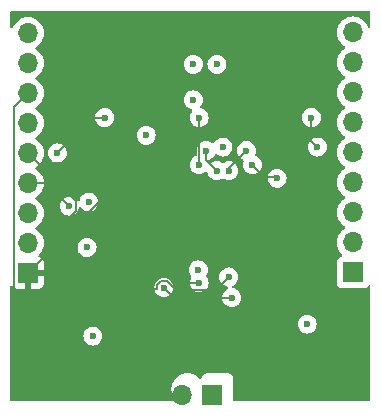
<source format=gbr>
%TF.GenerationSoftware,KiCad,Pcbnew,8.0.3*%
%TF.CreationDate,2024-07-01T13:41:45+02:00*%
%TF.ProjectId,ESP8266,45535038-3236-4362-9e6b-696361645f70,rev?*%
%TF.SameCoordinates,Original*%
%TF.FileFunction,Copper,L3,Inr*%
%TF.FilePolarity,Positive*%
%FSLAX46Y46*%
G04 Gerber Fmt 4.6, Leading zero omitted, Abs format (unit mm)*
G04 Created by KiCad (PCBNEW 8.0.3) date 2024-07-01 13:41:45*
%MOMM*%
%LPD*%
G01*
G04 APERTURE LIST*
%TA.AperFunction,ComponentPad*%
%ADD10R,1.700000X1.700000*%
%TD*%
%TA.AperFunction,ComponentPad*%
%ADD11O,1.700000X1.700000*%
%TD*%
%TA.AperFunction,ViaPad*%
%ADD12C,0.600000*%
%TD*%
%TA.AperFunction,Conductor*%
%ADD13C,0.200000*%
%TD*%
G04 APERTURE END LIST*
D10*
%TO.N,+3.3V*%
%TO.C,J1*%
X115000000Y-103160000D03*
D11*
%TO.N,/RST*%
X115000000Y-100620000D03*
%TO.N,/U0RXD*%
X115000000Y-98080000D03*
%TO.N,/U0TXD*%
X115000000Y-95540000D03*
%TO.N,/ADC_IN*%
X115000000Y-93000000D03*
%TO.N,/CHIP_EN*%
X115000000Y-90460000D03*
%TO.N,/GPIO16*%
X115000000Y-87920000D03*
%TO.N,/GPI05*%
X115000000Y-85380000D03*
%TO.N,GND*%
X115000000Y-82840000D03*
%TD*%
D10*
%TO.N,/ANT*%
%TO.C,J3*%
X130540000Y-113500000D03*
D11*
%TO.N,GND*%
X128000000Y-113500000D03*
%TD*%
D10*
%TO.N,/GPIO14*%
%TO.C,J2*%
X142500000Y-103120000D03*
D11*
%TO.N,/GPIO12*%
X142500000Y-100580000D03*
%TO.N,/GPIO13*%
X142500000Y-98040000D03*
%TO.N,/GPIO15*%
X142500000Y-95500000D03*
%TO.N,/GPIO2*%
X142500000Y-92960000D03*
%TO.N,/GPIO0*%
X142500000Y-90420000D03*
%TO.N,/GPIO4*%
X142500000Y-87880000D03*
%TO.N,GND*%
X142500000Y-85340000D03*
X142500000Y-82800000D03*
%TD*%
D12*
%TO.N,GND*%
X131500000Y-92500000D03*
X129000000Y-88500000D03*
X125000000Y-91500000D03*
X120000000Y-101000000D03*
X129420101Y-102900000D03*
X138637500Y-107500000D03*
X120500000Y-108500000D03*
X120155735Y-97155735D03*
X131000000Y-85500000D03*
X129000000Y-85500000D03*
%TO.N,/ADC_IN*%
X129500000Y-104000000D03*
%TO.N,/CHIP_EN*%
X126500000Y-104400000D03*
X132250000Y-105250000D03*
%TO.N,/GPIO16*%
X132000000Y-103500000D03*
%TO.N,/U0TXD*%
X118500000Y-97500000D03*
%TO.N,Net-(U1-RES12K)*%
X117500000Y-93000000D03*
X121500000Y-90000000D03*
%TO.N,Net-(U1-SD_CLK)*%
X139500000Y-92500000D03*
X136087108Y-95141422D03*
X139000000Y-90000000D03*
X134000000Y-93998114D03*
%TO.N,/SD_D3*%
X132000000Y-94500000D03*
X133500000Y-92798114D03*
%TO.N,/SD_D0*%
X129500000Y-90000000D03*
X129500000Y-94000000D03*
%TO.N,/SD_CMD*%
X130100000Y-92798114D03*
X131000000Y-94500000D03*
%TO.N,+3.3V*%
X125000000Y-83500000D03*
X128000000Y-82500000D03*
X131000000Y-107000000D03*
X134023198Y-96562466D03*
X124000000Y-103500000D03*
X125000000Y-87500000D03*
X126899681Y-102800000D03*
X133500000Y-100000000D03*
%TD*%
D13*
%TO.N,+3.3V*%
X126899681Y-102800000D02*
X126539681Y-103160000D01*
X127000000Y-83500000D02*
X128000000Y-82500000D01*
X115000000Y-103160000D02*
X121840000Y-103160000D01*
X115000000Y-103160000D02*
X122000000Y-96160000D01*
X121840000Y-103160000D02*
X124000000Y-101000000D01*
X122000000Y-90848529D02*
X123924264Y-88924264D01*
X123924264Y-88924264D02*
X123924264Y-84575736D01*
X126539681Y-103160000D02*
X121840000Y-103160000D01*
X123924264Y-88924264D02*
X125000000Y-87848529D01*
X122000000Y-96160000D02*
X122000000Y-90848529D01*
X123924264Y-84575736D02*
X125000000Y-83500000D01*
X125000000Y-87848529D02*
X125000000Y-87500000D01*
X125000000Y-83500000D02*
X127000000Y-83500000D01*
%TD*%
%TA.AperFunction,Conductor*%
%TO.N,+3.3V*%
G36*
X143942539Y-81019685D02*
G01*
X143988294Y-81072489D01*
X143999500Y-81124000D01*
X143999500Y-82260803D01*
X143979815Y-82327842D01*
X143927011Y-82373597D01*
X143857853Y-82383541D01*
X143794297Y-82354516D01*
X143763118Y-82313208D01*
X143674035Y-82122171D01*
X143674034Y-82122169D01*
X143538494Y-81928597D01*
X143371402Y-81761506D01*
X143371395Y-81761501D01*
X143177834Y-81625967D01*
X143177830Y-81625965D01*
X143177828Y-81625964D01*
X142963663Y-81526097D01*
X142963659Y-81526096D01*
X142963655Y-81526094D01*
X142735413Y-81464938D01*
X142735403Y-81464936D01*
X142500001Y-81444341D01*
X142499999Y-81444341D01*
X142264596Y-81464936D01*
X142264586Y-81464938D01*
X142036344Y-81526094D01*
X142036335Y-81526098D01*
X141822171Y-81625964D01*
X141822169Y-81625965D01*
X141628597Y-81761505D01*
X141461505Y-81928597D01*
X141325965Y-82122169D01*
X141325964Y-82122171D01*
X141226098Y-82336335D01*
X141226094Y-82336344D01*
X141164938Y-82564586D01*
X141164936Y-82564596D01*
X141144341Y-82799999D01*
X141144341Y-82800000D01*
X141164936Y-83035403D01*
X141164938Y-83035413D01*
X141226094Y-83263655D01*
X141226096Y-83263659D01*
X141226097Y-83263663D01*
X141261319Y-83339196D01*
X141325965Y-83477830D01*
X141325967Y-83477834D01*
X141461501Y-83671395D01*
X141461506Y-83671402D01*
X141628597Y-83838493D01*
X141628603Y-83838498D01*
X141814158Y-83968425D01*
X141857783Y-84023002D01*
X141864977Y-84092500D01*
X141833454Y-84154855D01*
X141814158Y-84171575D01*
X141628597Y-84301505D01*
X141461505Y-84468597D01*
X141325965Y-84662169D01*
X141325964Y-84662171D01*
X141226098Y-84876335D01*
X141226094Y-84876344D01*
X141164938Y-85104586D01*
X141164936Y-85104596D01*
X141144341Y-85339999D01*
X141144341Y-85340000D01*
X141164936Y-85575403D01*
X141164938Y-85575413D01*
X141226094Y-85803655D01*
X141226096Y-85803659D01*
X141226097Y-85803663D01*
X141261319Y-85879196D01*
X141325965Y-86017830D01*
X141325967Y-86017834D01*
X141461501Y-86211395D01*
X141461506Y-86211402D01*
X141628597Y-86378493D01*
X141628603Y-86378498D01*
X141814158Y-86508425D01*
X141857783Y-86563002D01*
X141864977Y-86632500D01*
X141833454Y-86694855D01*
X141814158Y-86711575D01*
X141628597Y-86841505D01*
X141461505Y-87008597D01*
X141325965Y-87202169D01*
X141325964Y-87202171D01*
X141226098Y-87416335D01*
X141226094Y-87416344D01*
X141164938Y-87644586D01*
X141164936Y-87644596D01*
X141144341Y-87879999D01*
X141144341Y-87880000D01*
X141164936Y-88115403D01*
X141164938Y-88115413D01*
X141226094Y-88343655D01*
X141226096Y-88343659D01*
X141226097Y-88343663D01*
X141298998Y-88500000D01*
X141325965Y-88557830D01*
X141325967Y-88557834D01*
X141461501Y-88751395D01*
X141461506Y-88751402D01*
X141628597Y-88918493D01*
X141628603Y-88918498D01*
X141814158Y-89048425D01*
X141857783Y-89103002D01*
X141864977Y-89172500D01*
X141833454Y-89234855D01*
X141814158Y-89251575D01*
X141628597Y-89381505D01*
X141461505Y-89548597D01*
X141325965Y-89742169D01*
X141325964Y-89742171D01*
X141226098Y-89956335D01*
X141226094Y-89956344D01*
X141164938Y-90184586D01*
X141164936Y-90184596D01*
X141144341Y-90419999D01*
X141144341Y-90420000D01*
X141164936Y-90655403D01*
X141164938Y-90655413D01*
X141226094Y-90883655D01*
X141226096Y-90883659D01*
X141226097Y-90883663D01*
X141261319Y-90959196D01*
X141325965Y-91097830D01*
X141325967Y-91097834D01*
X141461501Y-91291395D01*
X141461506Y-91291402D01*
X141628597Y-91458493D01*
X141628603Y-91458498D01*
X141814158Y-91588425D01*
X141857783Y-91643002D01*
X141864977Y-91712500D01*
X141833454Y-91774855D01*
X141814158Y-91791575D01*
X141628597Y-91921505D01*
X141461505Y-92088597D01*
X141325965Y-92282169D01*
X141325964Y-92282171D01*
X141226098Y-92496335D01*
X141226094Y-92496344D01*
X141164938Y-92724586D01*
X141164936Y-92724596D01*
X141144341Y-92959999D01*
X141144341Y-92960000D01*
X141164936Y-93195403D01*
X141164938Y-93195413D01*
X141226094Y-93423655D01*
X141226096Y-93423659D01*
X141226097Y-93423663D01*
X141272840Y-93523903D01*
X141325965Y-93637830D01*
X141325967Y-93637834D01*
X141421459Y-93774209D01*
X141452726Y-93818864D01*
X141461501Y-93831395D01*
X141461506Y-93831402D01*
X141628597Y-93998493D01*
X141628603Y-93998498D01*
X141814158Y-94128425D01*
X141857783Y-94183002D01*
X141864977Y-94252500D01*
X141833454Y-94314855D01*
X141814158Y-94331575D01*
X141628597Y-94461505D01*
X141461505Y-94628597D01*
X141325965Y-94822169D01*
X141325964Y-94822171D01*
X141226098Y-95036335D01*
X141226094Y-95036344D01*
X141164938Y-95264586D01*
X141164936Y-95264596D01*
X141144341Y-95499999D01*
X141144341Y-95500000D01*
X141164936Y-95735403D01*
X141164938Y-95735413D01*
X141226094Y-95963655D01*
X141226096Y-95963659D01*
X141226097Y-95963663D01*
X141261319Y-96039196D01*
X141325965Y-96177830D01*
X141325967Y-96177834D01*
X141461501Y-96371395D01*
X141461506Y-96371402D01*
X141628597Y-96538493D01*
X141628603Y-96538498D01*
X141814158Y-96668425D01*
X141857783Y-96723002D01*
X141864977Y-96792500D01*
X141833454Y-96854855D01*
X141814158Y-96871575D01*
X141628597Y-97001505D01*
X141461505Y-97168597D01*
X141325965Y-97362169D01*
X141325964Y-97362171D01*
X141226098Y-97576335D01*
X141226094Y-97576344D01*
X141164938Y-97804586D01*
X141164936Y-97804596D01*
X141144341Y-98039999D01*
X141144341Y-98040000D01*
X141164936Y-98275403D01*
X141164938Y-98275413D01*
X141226094Y-98503655D01*
X141226096Y-98503659D01*
X141226097Y-98503663D01*
X141261319Y-98579196D01*
X141325965Y-98717830D01*
X141325967Y-98717834D01*
X141461501Y-98911395D01*
X141461506Y-98911402D01*
X141628597Y-99078493D01*
X141628603Y-99078498D01*
X141814158Y-99208425D01*
X141857783Y-99263002D01*
X141864977Y-99332500D01*
X141833454Y-99394855D01*
X141814158Y-99411575D01*
X141628597Y-99541505D01*
X141461505Y-99708597D01*
X141325965Y-99902169D01*
X141325964Y-99902171D01*
X141226098Y-100116335D01*
X141226094Y-100116344D01*
X141164938Y-100344586D01*
X141164936Y-100344596D01*
X141144341Y-100579999D01*
X141144341Y-100580000D01*
X141164936Y-100815403D01*
X141164938Y-100815413D01*
X141226094Y-101043655D01*
X141226096Y-101043659D01*
X141226097Y-101043663D01*
X141261319Y-101119196D01*
X141325965Y-101257830D01*
X141325967Y-101257834D01*
X141353973Y-101297830D01*
X141461501Y-101451396D01*
X141461506Y-101451402D01*
X141583430Y-101573326D01*
X141616915Y-101634649D01*
X141611931Y-101704341D01*
X141570059Y-101760274D01*
X141539083Y-101777189D01*
X141407669Y-101826203D01*
X141407664Y-101826206D01*
X141292455Y-101912452D01*
X141292452Y-101912455D01*
X141206206Y-102027664D01*
X141206202Y-102027671D01*
X141155908Y-102162517D01*
X141149501Y-102222116D01*
X141149500Y-102222135D01*
X141149500Y-104017870D01*
X141149501Y-104017876D01*
X141155908Y-104077483D01*
X141206202Y-104212328D01*
X141206206Y-104212335D01*
X141292452Y-104327544D01*
X141292455Y-104327547D01*
X141407664Y-104413793D01*
X141407671Y-104413797D01*
X141542517Y-104464091D01*
X141542516Y-104464091D01*
X141547549Y-104464632D01*
X141602127Y-104470500D01*
X143397872Y-104470499D01*
X143457483Y-104464091D01*
X143592331Y-104413796D01*
X143707546Y-104327546D01*
X143776234Y-104235789D01*
X143832167Y-104193920D01*
X143901859Y-104188936D01*
X143963182Y-104222421D01*
X143996666Y-104283745D01*
X143999500Y-104310102D01*
X143999500Y-113876000D01*
X143979815Y-113943039D01*
X143927011Y-113988794D01*
X143875500Y-114000000D01*
X132514500Y-114000000D01*
X132447461Y-113980315D01*
X132401706Y-113927511D01*
X132390500Y-113876000D01*
X132390499Y-112102129D01*
X132390498Y-112102123D01*
X132384091Y-112042516D01*
X132333797Y-111907671D01*
X132333793Y-111907664D01*
X132247547Y-111792455D01*
X132247544Y-111792452D01*
X132132335Y-111706206D01*
X132132328Y-111706202D01*
X131997482Y-111655908D01*
X131997483Y-111655908D01*
X131937883Y-111649501D01*
X131937881Y-111649500D01*
X131937873Y-111649500D01*
X131937864Y-111649500D01*
X130142129Y-111649500D01*
X130142123Y-111649501D01*
X130082516Y-111655908D01*
X129947671Y-111706202D01*
X129947664Y-111706206D01*
X129832455Y-111792452D01*
X129832452Y-111792455D01*
X129746206Y-111907664D01*
X129746203Y-111907669D01*
X129697189Y-112039083D01*
X129655317Y-112095016D01*
X129589853Y-112119433D01*
X129521580Y-112104581D01*
X129493326Y-112083430D01*
X129371402Y-111961506D01*
X129371395Y-111961501D01*
X129177834Y-111825967D01*
X129177830Y-111825965D01*
X129177828Y-111825964D01*
X128963663Y-111726097D01*
X128963659Y-111726096D01*
X128963655Y-111726094D01*
X128735413Y-111664938D01*
X128735403Y-111664936D01*
X128500001Y-111644341D01*
X128499999Y-111644341D01*
X128264596Y-111664936D01*
X128264586Y-111664938D01*
X128036344Y-111726094D01*
X128036335Y-111726098D01*
X127822171Y-111825964D01*
X127822169Y-111825965D01*
X127628597Y-111961505D01*
X127461505Y-112128597D01*
X127325965Y-112322169D01*
X127325964Y-112322171D01*
X127226098Y-112536335D01*
X127226094Y-112536344D01*
X127164938Y-112764586D01*
X127164936Y-112764596D01*
X127144341Y-112999999D01*
X127144341Y-113000000D01*
X127164936Y-113235403D01*
X127164938Y-113235413D01*
X127226094Y-113463655D01*
X127226096Y-113463659D01*
X127226097Y-113463663D01*
X127310499Y-113644663D01*
X127325965Y-113677830D01*
X127325967Y-113677834D01*
X127414924Y-113804877D01*
X127437251Y-113871083D01*
X127420241Y-113938850D01*
X127369293Y-113986663D01*
X127313349Y-114000000D01*
X113624500Y-114000000D01*
X113557461Y-113980315D01*
X113511706Y-113927511D01*
X113500500Y-113876000D01*
X113500500Y-108499996D01*
X119694435Y-108499996D01*
X119694435Y-108500003D01*
X119714630Y-108679249D01*
X119714631Y-108679254D01*
X119774211Y-108849523D01*
X119870184Y-109002262D01*
X119997738Y-109129816D01*
X120150478Y-109225789D01*
X120320745Y-109285368D01*
X120320750Y-109285369D01*
X120499996Y-109305565D01*
X120500000Y-109305565D01*
X120500004Y-109305565D01*
X120679249Y-109285369D01*
X120679252Y-109285368D01*
X120679255Y-109285368D01*
X120849522Y-109225789D01*
X121002262Y-109129816D01*
X121129816Y-109002262D01*
X121225789Y-108849522D01*
X121285368Y-108679255D01*
X121305565Y-108500000D01*
X121285368Y-108320745D01*
X121225789Y-108150478D01*
X121129816Y-107997738D01*
X121002262Y-107870184D01*
X120969379Y-107849522D01*
X120849523Y-107774211D01*
X120679254Y-107714631D01*
X120679249Y-107714630D01*
X120500004Y-107694435D01*
X120499996Y-107694435D01*
X120320750Y-107714630D01*
X120320745Y-107714631D01*
X120150476Y-107774211D01*
X119997737Y-107870184D01*
X119870184Y-107997737D01*
X119774211Y-108150476D01*
X119714631Y-108320745D01*
X119714630Y-108320750D01*
X119694435Y-108499996D01*
X113500500Y-108499996D01*
X113500500Y-107499996D01*
X137831935Y-107499996D01*
X137831935Y-107500003D01*
X137852130Y-107679249D01*
X137852131Y-107679254D01*
X137911711Y-107849523D01*
X138004841Y-107997737D01*
X138007684Y-108002262D01*
X138135238Y-108129816D01*
X138287978Y-108225789D01*
X138458245Y-108285368D01*
X138458250Y-108285369D01*
X138637496Y-108305565D01*
X138637500Y-108305565D01*
X138637504Y-108305565D01*
X138816749Y-108285369D01*
X138816752Y-108285368D01*
X138816755Y-108285368D01*
X138987022Y-108225789D01*
X139139762Y-108129816D01*
X139267316Y-108002262D01*
X139363289Y-107849522D01*
X139422868Y-107679255D01*
X139443065Y-107500000D01*
X139422868Y-107320745D01*
X139363289Y-107150478D01*
X139267316Y-106997738D01*
X139139762Y-106870184D01*
X138987023Y-106774211D01*
X138816754Y-106714631D01*
X138816749Y-106714630D01*
X138637504Y-106694435D01*
X138637496Y-106694435D01*
X138458250Y-106714630D01*
X138458245Y-106714631D01*
X138287976Y-106774211D01*
X138135237Y-106870184D01*
X138007684Y-106997737D01*
X137911711Y-107150476D01*
X137852131Y-107320745D01*
X137852130Y-107320750D01*
X137831935Y-107499996D01*
X113500500Y-107499996D01*
X113500500Y-104349269D01*
X113520185Y-104282230D01*
X113572989Y-104236475D01*
X113642147Y-104226531D01*
X113705703Y-104255556D01*
X113723766Y-104274958D01*
X113792809Y-104367187D01*
X113792812Y-104367190D01*
X113907906Y-104453350D01*
X113907913Y-104453354D01*
X114042620Y-104503596D01*
X114042627Y-104503598D01*
X114102155Y-104509999D01*
X114102172Y-104510000D01*
X114750000Y-104510000D01*
X114750000Y-103593012D01*
X114807007Y-103625925D01*
X114934174Y-103660000D01*
X115065826Y-103660000D01*
X115192993Y-103625925D01*
X115250000Y-103593012D01*
X115250000Y-104510000D01*
X115897828Y-104510000D01*
X115897844Y-104509999D01*
X115957372Y-104503598D01*
X115957379Y-104503596D01*
X116092086Y-104453354D01*
X116092093Y-104453350D01*
X116163364Y-104399996D01*
X125694435Y-104399996D01*
X125694435Y-104400003D01*
X125714630Y-104579249D01*
X125714631Y-104579254D01*
X125774211Y-104749523D01*
X125796735Y-104785369D01*
X125870184Y-104902262D01*
X125997738Y-105029816D01*
X126150478Y-105125789D01*
X126320745Y-105185368D01*
X126320750Y-105185369D01*
X126499996Y-105205565D01*
X126500000Y-105205565D01*
X126500004Y-105205565D01*
X126679249Y-105185369D01*
X126679252Y-105185368D01*
X126679255Y-105185368D01*
X126849522Y-105125789D01*
X127002262Y-105029816D01*
X127129816Y-104902262D01*
X127225789Y-104749522D01*
X127285368Y-104579255D01*
X127291570Y-104524211D01*
X127305565Y-104400003D01*
X127305565Y-104399996D01*
X127285369Y-104220750D01*
X127285368Y-104220745D01*
X127282423Y-104212328D01*
X127225789Y-104050478D01*
X127129816Y-103897738D01*
X127002262Y-103770184D01*
X126849523Y-103674211D01*
X126679254Y-103614631D01*
X126679249Y-103614630D01*
X126500004Y-103594435D01*
X126499996Y-103594435D01*
X126320750Y-103614630D01*
X126320745Y-103614631D01*
X126150476Y-103674211D01*
X125997737Y-103770184D01*
X125870184Y-103897737D01*
X125774211Y-104050476D01*
X125714631Y-104220745D01*
X125714630Y-104220750D01*
X125694435Y-104399996D01*
X116163364Y-104399996D01*
X116207187Y-104367190D01*
X116207190Y-104367187D01*
X116293350Y-104252093D01*
X116293354Y-104252086D01*
X116343596Y-104117379D01*
X116343598Y-104117372D01*
X116349999Y-104057844D01*
X116350000Y-104057827D01*
X116350000Y-103410000D01*
X115433012Y-103410000D01*
X115465925Y-103352993D01*
X115500000Y-103225826D01*
X115500000Y-103094174D01*
X115465925Y-102967007D01*
X115433012Y-102910000D01*
X116350000Y-102910000D01*
X116350000Y-102899996D01*
X128614536Y-102899996D01*
X128614536Y-102900003D01*
X128634731Y-103079249D01*
X128634732Y-103079254D01*
X128694312Y-103249523D01*
X128790285Y-103402262D01*
X128806271Y-103418248D01*
X128839756Y-103479571D01*
X128834772Y-103549263D01*
X128823584Y-103571901D01*
X128774211Y-103650476D01*
X128714631Y-103820745D01*
X128714630Y-103820750D01*
X128694435Y-103999996D01*
X128694435Y-104000003D01*
X128714630Y-104179249D01*
X128714631Y-104179254D01*
X128774211Y-104349523D01*
X128870184Y-104502262D01*
X128997738Y-104629816D01*
X129150478Y-104725789D01*
X129218306Y-104749523D01*
X129320745Y-104785368D01*
X129320750Y-104785369D01*
X129499996Y-104805565D01*
X129500000Y-104805565D01*
X129500004Y-104805565D01*
X129679249Y-104785369D01*
X129679252Y-104785368D01*
X129679255Y-104785368D01*
X129849522Y-104725789D01*
X130002262Y-104629816D01*
X130129816Y-104502262D01*
X130225789Y-104349522D01*
X130285368Y-104179255D01*
X130285369Y-104179249D01*
X130305565Y-104000003D01*
X130305565Y-103999996D01*
X130285369Y-103820750D01*
X130285368Y-103820745D01*
X130267676Y-103770184D01*
X130225789Y-103650478D01*
X130203265Y-103614632D01*
X130131237Y-103500000D01*
X130131234Y-103499996D01*
X131194435Y-103499996D01*
X131194435Y-103500003D01*
X131214630Y-103679249D01*
X131214631Y-103679254D01*
X131274211Y-103849523D01*
X131304507Y-103897738D01*
X131370184Y-104002262D01*
X131497738Y-104129816D01*
X131576410Y-104179249D01*
X131645117Y-104222421D01*
X131650478Y-104225789D01*
X131820745Y-104285368D01*
X131859577Y-104289743D01*
X131923989Y-104316808D01*
X131963545Y-104374402D01*
X131965684Y-104444239D01*
X131929727Y-104504146D01*
X131906156Y-104520160D01*
X131906374Y-104520506D01*
X131747737Y-104620184D01*
X131620184Y-104747737D01*
X131524211Y-104900476D01*
X131464631Y-105070745D01*
X131464630Y-105070750D01*
X131444435Y-105249996D01*
X131444435Y-105250003D01*
X131464630Y-105429249D01*
X131464631Y-105429254D01*
X131524211Y-105599523D01*
X131620184Y-105752262D01*
X131747738Y-105879816D01*
X131900478Y-105975789D01*
X132070745Y-106035368D01*
X132070750Y-106035369D01*
X132249996Y-106055565D01*
X132250000Y-106055565D01*
X132250004Y-106055565D01*
X132429249Y-106035369D01*
X132429252Y-106035368D01*
X132429255Y-106035368D01*
X132599522Y-105975789D01*
X132752262Y-105879816D01*
X132879816Y-105752262D01*
X132975789Y-105599522D01*
X133035368Y-105429255D01*
X133055565Y-105250000D01*
X133050558Y-105205565D01*
X133035369Y-105070750D01*
X133035368Y-105070745D01*
X132975788Y-104900476D01*
X132903461Y-104785369D01*
X132879816Y-104747738D01*
X132752262Y-104620184D01*
X132687124Y-104579255D01*
X132599523Y-104524211D01*
X132429254Y-104464631D01*
X132429250Y-104464630D01*
X132390422Y-104460256D01*
X132326008Y-104433190D01*
X132286453Y-104375595D01*
X132284316Y-104305758D01*
X132320274Y-104245851D01*
X132343844Y-104229841D01*
X132343626Y-104229494D01*
X132423580Y-104179255D01*
X132502262Y-104129816D01*
X132629816Y-104002262D01*
X132725789Y-103849522D01*
X132785368Y-103679255D01*
X132785369Y-103679249D01*
X132805565Y-103500003D01*
X132805565Y-103499996D01*
X132785369Y-103320750D01*
X132785368Y-103320745D01*
X132725788Y-103150476D01*
X132629815Y-102997737D01*
X132502262Y-102870184D01*
X132349523Y-102774211D01*
X132179254Y-102714631D01*
X132179249Y-102714630D01*
X132000004Y-102694435D01*
X131999996Y-102694435D01*
X131820750Y-102714630D01*
X131820745Y-102714631D01*
X131650476Y-102774211D01*
X131497737Y-102870184D01*
X131370184Y-102997737D01*
X131274211Y-103150476D01*
X131214631Y-103320745D01*
X131214630Y-103320750D01*
X131194435Y-103499996D01*
X130131234Y-103499996D01*
X130129816Y-103497738D01*
X130113829Y-103481751D01*
X130080344Y-103420428D01*
X130085328Y-103350736D01*
X130096510Y-103328108D01*
X130145890Y-103249522D01*
X130205469Y-103079255D01*
X130214654Y-102997737D01*
X130225666Y-102900003D01*
X130225666Y-102899996D01*
X130205470Y-102720750D01*
X130205469Y-102720745D01*
X130145889Y-102550476D01*
X130049916Y-102397737D01*
X129922363Y-102270184D01*
X129769624Y-102174211D01*
X129599355Y-102114631D01*
X129599350Y-102114630D01*
X129420105Y-102094435D01*
X129420097Y-102094435D01*
X129240851Y-102114630D01*
X129240846Y-102114631D01*
X129070577Y-102174211D01*
X128917838Y-102270184D01*
X128790285Y-102397737D01*
X128694312Y-102550476D01*
X128634732Y-102720745D01*
X128634731Y-102720750D01*
X128614536Y-102899996D01*
X116350000Y-102899996D01*
X116350000Y-102262172D01*
X116349999Y-102262155D01*
X116343598Y-102202627D01*
X116343596Y-102202620D01*
X116293354Y-102067913D01*
X116293350Y-102067906D01*
X116207190Y-101952812D01*
X116207187Y-101952809D01*
X116092093Y-101866649D01*
X116092088Y-101866646D01*
X115960528Y-101817577D01*
X115904595Y-101775705D01*
X115880178Y-101710241D01*
X115895030Y-101641968D01*
X115916175Y-101613720D01*
X116038495Y-101491401D01*
X116174035Y-101297830D01*
X116273903Y-101083663D01*
X116296321Y-100999996D01*
X119194435Y-100999996D01*
X119194435Y-101000003D01*
X119214630Y-101179249D01*
X119214631Y-101179254D01*
X119274211Y-101349523D01*
X119363356Y-101491395D01*
X119370184Y-101502262D01*
X119497738Y-101629816D01*
X119569707Y-101675037D01*
X119625733Y-101710241D01*
X119650478Y-101725789D01*
X119775397Y-101769500D01*
X119820745Y-101785368D01*
X119820750Y-101785369D01*
X119999996Y-101805565D01*
X120000000Y-101805565D01*
X120000004Y-101805565D01*
X120179249Y-101785369D01*
X120179252Y-101785368D01*
X120179255Y-101785368D01*
X120349522Y-101725789D01*
X120502262Y-101629816D01*
X120629816Y-101502262D01*
X120725789Y-101349522D01*
X120785368Y-101179255D01*
X120793533Y-101106791D01*
X120805565Y-101000003D01*
X120805565Y-100999996D01*
X120785369Y-100820750D01*
X120785367Y-100820742D01*
X120725788Y-100650476D01*
X120629815Y-100497737D01*
X120502262Y-100370184D01*
X120349523Y-100274211D01*
X120179254Y-100214631D01*
X120179249Y-100214630D01*
X120000004Y-100194435D01*
X119999996Y-100194435D01*
X119820750Y-100214630D01*
X119820745Y-100214631D01*
X119650476Y-100274211D01*
X119497737Y-100370184D01*
X119370184Y-100497737D01*
X119274211Y-100650476D01*
X119214633Y-100820742D01*
X119214630Y-100820750D01*
X119194435Y-100999996D01*
X116296321Y-100999996D01*
X116335063Y-100855408D01*
X116355659Y-100620000D01*
X116335063Y-100384592D01*
X116284111Y-100194435D01*
X116273905Y-100156344D01*
X116273904Y-100156343D01*
X116273903Y-100156337D01*
X116174035Y-99942171D01*
X116146026Y-99902169D01*
X116038494Y-99748597D01*
X115871402Y-99581506D01*
X115871396Y-99581501D01*
X115685842Y-99451575D01*
X115642217Y-99396998D01*
X115635023Y-99327500D01*
X115666546Y-99265145D01*
X115685842Y-99248425D01*
X115742968Y-99208425D01*
X115871401Y-99118495D01*
X116038495Y-98951401D01*
X116174035Y-98757830D01*
X116273903Y-98543663D01*
X116335063Y-98315408D01*
X116355659Y-98080000D01*
X116335063Y-97844592D01*
X116285065Y-97657994D01*
X116273905Y-97616344D01*
X116273904Y-97616343D01*
X116273903Y-97616337D01*
X116219652Y-97499996D01*
X117694435Y-97499996D01*
X117694435Y-97500003D01*
X117714630Y-97679249D01*
X117714631Y-97679254D01*
X117774211Y-97849523D01*
X117794319Y-97881524D01*
X117870184Y-98002262D01*
X117997738Y-98129816D01*
X118150478Y-98225789D01*
X118292267Y-98275403D01*
X118320745Y-98285368D01*
X118320750Y-98285369D01*
X118499996Y-98305565D01*
X118500000Y-98305565D01*
X118500004Y-98305565D01*
X118679249Y-98285369D01*
X118679252Y-98285368D01*
X118679255Y-98285368D01*
X118849522Y-98225789D01*
X119002262Y-98129816D01*
X119129816Y-98002262D01*
X119225789Y-97849522D01*
X119285368Y-97679255D01*
X119285368Y-97679253D01*
X119285369Y-97679251D01*
X119286407Y-97674703D01*
X119320510Y-97613721D01*
X119382169Y-97580858D01*
X119451806Y-97586547D01*
X119507314Y-97628982D01*
X119512293Y-97636312D01*
X119525919Y-97657997D01*
X119653473Y-97785551D01*
X119806213Y-97881524D01*
X119976480Y-97941103D01*
X119976485Y-97941104D01*
X120155731Y-97961300D01*
X120155735Y-97961300D01*
X120155739Y-97961300D01*
X120334984Y-97941104D01*
X120334987Y-97941103D01*
X120334990Y-97941103D01*
X120505257Y-97881524D01*
X120657997Y-97785551D01*
X120785551Y-97657997D01*
X120881524Y-97505257D01*
X120941103Y-97334990D01*
X120941104Y-97334984D01*
X120961300Y-97155738D01*
X120961300Y-97155731D01*
X120941104Y-96976485D01*
X120941103Y-96976480D01*
X120899294Y-96856998D01*
X120881524Y-96806213D01*
X120785551Y-96653473D01*
X120657997Y-96525919D01*
X120505258Y-96429946D01*
X120334989Y-96370366D01*
X120334984Y-96370365D01*
X120155739Y-96350170D01*
X120155731Y-96350170D01*
X119976485Y-96370365D01*
X119976480Y-96370366D01*
X119806211Y-96429946D01*
X119653472Y-96525919D01*
X119525919Y-96653472D01*
X119429946Y-96806211D01*
X119370366Y-96976481D01*
X119369325Y-96981044D01*
X119335215Y-97042022D01*
X119273553Y-97074878D01*
X119203916Y-97069182D01*
X119148413Y-97026741D01*
X119143440Y-97019421D01*
X119129816Y-96997738D01*
X119002262Y-96870184D01*
X118977866Y-96854855D01*
X118849523Y-96774211D01*
X118679254Y-96714631D01*
X118679249Y-96714630D01*
X118500004Y-96694435D01*
X118499996Y-96694435D01*
X118320750Y-96714630D01*
X118320745Y-96714631D01*
X118150476Y-96774211D01*
X117997737Y-96870184D01*
X117870184Y-96997737D01*
X117774211Y-97150476D01*
X117714631Y-97320745D01*
X117714630Y-97320750D01*
X117694435Y-97499996D01*
X116219652Y-97499996D01*
X116174035Y-97402171D01*
X116146026Y-97362169D01*
X116038494Y-97208597D01*
X115871402Y-97041506D01*
X115871396Y-97041501D01*
X115685842Y-96911575D01*
X115642217Y-96856998D01*
X115635023Y-96787500D01*
X115666546Y-96725145D01*
X115685842Y-96708425D01*
X115764323Y-96653472D01*
X115871401Y-96578495D01*
X116038495Y-96411401D01*
X116174035Y-96217830D01*
X116273903Y-96003663D01*
X116335063Y-95775408D01*
X116355659Y-95540000D01*
X116335063Y-95304592D01*
X116286888Y-95124799D01*
X116273905Y-95076344D01*
X116273904Y-95076343D01*
X116273903Y-95076337D01*
X116174035Y-94862171D01*
X116165179Y-94849522D01*
X116038494Y-94668597D01*
X115871402Y-94501506D01*
X115871396Y-94501501D01*
X115685842Y-94371575D01*
X115642217Y-94316998D01*
X115635023Y-94247500D01*
X115666546Y-94185145D01*
X115685842Y-94168425D01*
X115751352Y-94122554D01*
X115871401Y-94038495D01*
X115909900Y-93999996D01*
X128694435Y-93999996D01*
X128694435Y-94000003D01*
X128714630Y-94179249D01*
X128714631Y-94179254D01*
X128774211Y-94349523D01*
X128844575Y-94461506D01*
X128870184Y-94502262D01*
X128997738Y-94629816D01*
X129012609Y-94639160D01*
X129147474Y-94723902D01*
X129150478Y-94725789D01*
X129315355Y-94783482D01*
X129320745Y-94785368D01*
X129320750Y-94785369D01*
X129499996Y-94805565D01*
X129500000Y-94805565D01*
X129500004Y-94805565D01*
X129679249Y-94785369D01*
X129679252Y-94785368D01*
X129679255Y-94785368D01*
X129849522Y-94725789D01*
X130002262Y-94629816D01*
X130007331Y-94624746D01*
X130068649Y-94591261D01*
X130138341Y-94596242D01*
X130194276Y-94638111D01*
X130210573Y-94673297D01*
X130212332Y-94672682D01*
X130274211Y-94849523D01*
X130344994Y-94962172D01*
X130370184Y-95002262D01*
X130497738Y-95129816D01*
X130650478Y-95225789D01*
X130761371Y-95264592D01*
X130820745Y-95285368D01*
X130820750Y-95285369D01*
X130999996Y-95305565D01*
X131000000Y-95305565D01*
X131000004Y-95305565D01*
X131179249Y-95285369D01*
X131179252Y-95285368D01*
X131179255Y-95285368D01*
X131349522Y-95225789D01*
X131434027Y-95172691D01*
X131501264Y-95153690D01*
X131565973Y-95172691D01*
X131650475Y-95225788D01*
X131820745Y-95285368D01*
X131820750Y-95285369D01*
X131999996Y-95305565D01*
X132000000Y-95305565D01*
X132000004Y-95305565D01*
X132179249Y-95285369D01*
X132179252Y-95285368D01*
X132179255Y-95285368D01*
X132349522Y-95225789D01*
X132483798Y-95141418D01*
X135281543Y-95141418D01*
X135281543Y-95141425D01*
X135301738Y-95320671D01*
X135301739Y-95320676D01*
X135361319Y-95490945D01*
X135367009Y-95500000D01*
X135457292Y-95643684D01*
X135584846Y-95771238D01*
X135737586Y-95867211D01*
X135874731Y-95915200D01*
X135907853Y-95926790D01*
X135907858Y-95926791D01*
X136087104Y-95946987D01*
X136087108Y-95946987D01*
X136087112Y-95946987D01*
X136266357Y-95926791D01*
X136266360Y-95926790D01*
X136266363Y-95926790D01*
X136436630Y-95867211D01*
X136589370Y-95771238D01*
X136716924Y-95643684D01*
X136812897Y-95490944D01*
X136872476Y-95320677D01*
X136874288Y-95304596D01*
X136892673Y-95141425D01*
X136892673Y-95141418D01*
X136872477Y-94962172D01*
X136872476Y-94962167D01*
X136823489Y-94822171D01*
X136812897Y-94791900D01*
X136808793Y-94785369D01*
X136742117Y-94679254D01*
X136716924Y-94639160D01*
X136589370Y-94511606D01*
X136570893Y-94499996D01*
X136436631Y-94415633D01*
X136266362Y-94356053D01*
X136266357Y-94356052D01*
X136087112Y-94335857D01*
X136087104Y-94335857D01*
X135907858Y-94356052D01*
X135907853Y-94356053D01*
X135737584Y-94415633D01*
X135584845Y-94511606D01*
X135457292Y-94639159D01*
X135361319Y-94791898D01*
X135301739Y-94962167D01*
X135301738Y-94962172D01*
X135281543Y-95141418D01*
X132483798Y-95141418D01*
X132502262Y-95129816D01*
X132629816Y-95002262D01*
X132725789Y-94849522D01*
X132785368Y-94679255D01*
X132785369Y-94679249D01*
X132805565Y-94500003D01*
X132805565Y-94499996D01*
X132785369Y-94320750D01*
X132785368Y-94320745D01*
X132770060Y-94276998D01*
X132725789Y-94150478D01*
X132629816Y-93997738D01*
X132502262Y-93870184D01*
X132440541Y-93831402D01*
X132349523Y-93774211D01*
X132179254Y-93714631D01*
X132179249Y-93714630D01*
X132000004Y-93694435D01*
X131999996Y-93694435D01*
X131820750Y-93714630D01*
X131820737Y-93714633D01*
X131650479Y-93774209D01*
X131565971Y-93827309D01*
X131498734Y-93846309D01*
X131434029Y-93827309D01*
X131349520Y-93774209D01*
X131179262Y-93714633D01*
X131179249Y-93714630D01*
X131000004Y-93694435D01*
X130999996Y-93694435D01*
X130820750Y-93714630D01*
X130820745Y-93714631D01*
X130650476Y-93774211D01*
X130497738Y-93870183D01*
X130492663Y-93875259D01*
X130431338Y-93908741D01*
X130361647Y-93903753D01*
X130305715Y-93861878D01*
X130289436Y-93826699D01*
X130287669Y-93827318D01*
X130251691Y-93724500D01*
X130248129Y-93654721D01*
X130282857Y-93594094D01*
X130327778Y-93566503D01*
X130449522Y-93523903D01*
X130602262Y-93427930D01*
X130729816Y-93300376D01*
X130816825Y-93161901D01*
X130869160Y-93115611D01*
X130938213Y-93104963D01*
X130990993Y-93127460D01*
X130991842Y-93126111D01*
X130997737Y-93129815D01*
X130997738Y-93129816D01*
X131026100Y-93147637D01*
X131132721Y-93214632D01*
X131150478Y-93225789D01*
X131283470Y-93272325D01*
X131320745Y-93285368D01*
X131320750Y-93285369D01*
X131499996Y-93305565D01*
X131500000Y-93305565D01*
X131500004Y-93305565D01*
X131679249Y-93285369D01*
X131679252Y-93285368D01*
X131679255Y-93285368D01*
X131849522Y-93225789D01*
X132002262Y-93129816D01*
X132129816Y-93002262D01*
X132225789Y-92849522D01*
X132243779Y-92798110D01*
X132694435Y-92798110D01*
X132694435Y-92798117D01*
X132714630Y-92977363D01*
X132714631Y-92977368D01*
X132774211Y-93147637D01*
X132829362Y-93235408D01*
X132870184Y-93300376D01*
X132997738Y-93427930D01*
X133027755Y-93446791D01*
X133116036Y-93502262D01*
X133150478Y-93523903D01*
X133182543Y-93535123D01*
X133239319Y-93575845D01*
X133265066Y-93640798D01*
X133258630Y-93693120D01*
X133214631Y-93818859D01*
X133214630Y-93818864D01*
X133194435Y-93998110D01*
X133194435Y-93998117D01*
X133214630Y-94177363D01*
X133214631Y-94177368D01*
X133274211Y-94347637D01*
X133292941Y-94377445D01*
X133370184Y-94500376D01*
X133497738Y-94627930D01*
X133650478Y-94723903D01*
X133820745Y-94783482D01*
X133820750Y-94783483D01*
X133999996Y-94803679D01*
X134000000Y-94803679D01*
X134000004Y-94803679D01*
X134179249Y-94783483D01*
X134179252Y-94783482D01*
X134179255Y-94783482D01*
X134349522Y-94723903D01*
X134502262Y-94627930D01*
X134629816Y-94500376D01*
X134725789Y-94347636D01*
X134785368Y-94177369D01*
X134801015Y-94038498D01*
X134805565Y-93998117D01*
X134805565Y-93998110D01*
X134785369Y-93818864D01*
X134785368Y-93818859D01*
X134736020Y-93677830D01*
X134725789Y-93648592D01*
X134719029Y-93637834D01*
X134657051Y-93539196D01*
X134629816Y-93495852D01*
X134502262Y-93368298D01*
X134394165Y-93300376D01*
X134349524Y-93272326D01*
X134349523Y-93272325D01*
X134317455Y-93261104D01*
X134260679Y-93220381D01*
X134234933Y-93155428D01*
X134241370Y-93103108D01*
X134285366Y-92977376D01*
X134285369Y-92977363D01*
X134305565Y-92798117D01*
X134305565Y-92798110D01*
X134285369Y-92618864D01*
X134285368Y-92618859D01*
X134256492Y-92536337D01*
X134243776Y-92499996D01*
X138694435Y-92499996D01*
X138694435Y-92500003D01*
X138714630Y-92679249D01*
X138714631Y-92679254D01*
X138774211Y-92849523D01*
X138843628Y-92959999D01*
X138870184Y-93002262D01*
X138997738Y-93129816D01*
X139048803Y-93161902D01*
X139132721Y-93214632D01*
X139150478Y-93225789D01*
X139283470Y-93272325D01*
X139320745Y-93285368D01*
X139320750Y-93285369D01*
X139499996Y-93305565D01*
X139500000Y-93305565D01*
X139500004Y-93305565D01*
X139679249Y-93285369D01*
X139679252Y-93285368D01*
X139679255Y-93285368D01*
X139849522Y-93225789D01*
X140002262Y-93129816D01*
X140129816Y-93002262D01*
X140225789Y-92849522D01*
X140285368Y-92679255D01*
X140285369Y-92679249D01*
X140305565Y-92500003D01*
X140305565Y-92499996D01*
X140285369Y-92320750D01*
X140285368Y-92320745D01*
X140241170Y-92194435D01*
X140225789Y-92150478D01*
X140212041Y-92128599D01*
X140139246Y-92012746D01*
X140129816Y-91997738D01*
X140002262Y-91870184D01*
X139969379Y-91849522D01*
X139849523Y-91774211D01*
X139679254Y-91714631D01*
X139679249Y-91714630D01*
X139500004Y-91694435D01*
X139499996Y-91694435D01*
X139320750Y-91714630D01*
X139320745Y-91714631D01*
X139150476Y-91774211D01*
X138997737Y-91870184D01*
X138870184Y-91997737D01*
X138774211Y-92150476D01*
X138714631Y-92320745D01*
X138714630Y-92320750D01*
X138694435Y-92499996D01*
X134243776Y-92499996D01*
X134225789Y-92448592D01*
X134129816Y-92295852D01*
X134002262Y-92168298D01*
X133973902Y-92150478D01*
X133849523Y-92072325D01*
X133679254Y-92012745D01*
X133679249Y-92012744D01*
X133500004Y-91992549D01*
X133499996Y-91992549D01*
X133320750Y-92012744D01*
X133320745Y-92012745D01*
X133150476Y-92072325D01*
X132997737Y-92168298D01*
X132870184Y-92295851D01*
X132774211Y-92448590D01*
X132714631Y-92618859D01*
X132714630Y-92618864D01*
X132694435Y-92798110D01*
X132243779Y-92798110D01*
X132285368Y-92679255D01*
X132285369Y-92679249D01*
X132305565Y-92500003D01*
X132305565Y-92499996D01*
X132285369Y-92320750D01*
X132285368Y-92320745D01*
X132241170Y-92194435D01*
X132225789Y-92150478D01*
X132212041Y-92128599D01*
X132139246Y-92012746D01*
X132129816Y-91997738D01*
X132002262Y-91870184D01*
X131969379Y-91849522D01*
X131849523Y-91774211D01*
X131679254Y-91714631D01*
X131679249Y-91714630D01*
X131500004Y-91694435D01*
X131499996Y-91694435D01*
X131320750Y-91714630D01*
X131320745Y-91714631D01*
X131150476Y-91774211D01*
X130997737Y-91870184D01*
X130870184Y-91997737D01*
X130870182Y-91997740D01*
X130783173Y-92136212D01*
X130730838Y-92182503D01*
X130661785Y-92193150D01*
X130609005Y-92170653D01*
X130608158Y-92172003D01*
X130449523Y-92072325D01*
X130279254Y-92012745D01*
X130279249Y-92012744D01*
X130100004Y-91992549D01*
X130099996Y-91992549D01*
X129920750Y-92012744D01*
X129920745Y-92012745D01*
X129750476Y-92072325D01*
X129597737Y-92168298D01*
X129470184Y-92295851D01*
X129374211Y-92448590D01*
X129314631Y-92618859D01*
X129314630Y-92618864D01*
X129294435Y-92798110D01*
X129294435Y-92798117D01*
X129314630Y-92977363D01*
X129314632Y-92977371D01*
X129348309Y-93073615D01*
X129351870Y-93143394D01*
X129317141Y-93204021D01*
X129272222Y-93231611D01*
X129150476Y-93274211D01*
X128997737Y-93370184D01*
X128870184Y-93497737D01*
X128774211Y-93650476D01*
X128714631Y-93820745D01*
X128714630Y-93820750D01*
X128694435Y-93999996D01*
X115909900Y-93999996D01*
X116038495Y-93871401D01*
X116174035Y-93677830D01*
X116273903Y-93463663D01*
X116335063Y-93235408D01*
X116355659Y-93000000D01*
X116355659Y-92999996D01*
X116694435Y-92999996D01*
X116694435Y-93000003D01*
X116714630Y-93179249D01*
X116714631Y-93179254D01*
X116774211Y-93349523D01*
X116870184Y-93502262D01*
X116997738Y-93629816D01*
X117037374Y-93654721D01*
X117148426Y-93724500D01*
X117150478Y-93725789D01*
X117288860Y-93774211D01*
X117320745Y-93785368D01*
X117320750Y-93785369D01*
X117499996Y-93805565D01*
X117500000Y-93805565D01*
X117500004Y-93805565D01*
X117679249Y-93785369D01*
X117679252Y-93785368D01*
X117679255Y-93785368D01*
X117849522Y-93725789D01*
X118002262Y-93629816D01*
X118129816Y-93502262D01*
X118225789Y-93349522D01*
X118285368Y-93179255D01*
X118285369Y-93179249D01*
X118305565Y-93000003D01*
X118305565Y-92999996D01*
X118285369Y-92820750D01*
X118285368Y-92820745D01*
X118251724Y-92724596D01*
X118225789Y-92650478D01*
X118205921Y-92618859D01*
X118172486Y-92565647D01*
X118129816Y-92497738D01*
X118002262Y-92370184D01*
X117925847Y-92322169D01*
X117849523Y-92274211D01*
X117679254Y-92214631D01*
X117679249Y-92214630D01*
X117500004Y-92194435D01*
X117499996Y-92194435D01*
X117320750Y-92214630D01*
X117320745Y-92214631D01*
X117150476Y-92274211D01*
X116997737Y-92370184D01*
X116870184Y-92497737D01*
X116774211Y-92650476D01*
X116714631Y-92820745D01*
X116714630Y-92820750D01*
X116694435Y-92999996D01*
X116355659Y-92999996D01*
X116353678Y-92977363D01*
X116351539Y-92952918D01*
X116335063Y-92764592D01*
X116286888Y-92584799D01*
X116273905Y-92536344D01*
X116273904Y-92536343D01*
X116273903Y-92536337D01*
X116174035Y-92322171D01*
X116162408Y-92305565D01*
X116038494Y-92128597D01*
X115871402Y-91961506D01*
X115871396Y-91961501D01*
X115685842Y-91831575D01*
X115642217Y-91776998D01*
X115635023Y-91707500D01*
X115666546Y-91645145D01*
X115685842Y-91628425D01*
X115869247Y-91500003D01*
X115869257Y-91499996D01*
X124194435Y-91499996D01*
X124194435Y-91500003D01*
X124214630Y-91679249D01*
X124214631Y-91679254D01*
X124274211Y-91849523D01*
X124344575Y-91961506D01*
X124370184Y-92002262D01*
X124497738Y-92129816D01*
X124558982Y-92168298D01*
X124632721Y-92214632D01*
X124650478Y-92225789D01*
X124820745Y-92285368D01*
X124820750Y-92285369D01*
X124999996Y-92305565D01*
X125000000Y-92305565D01*
X125000004Y-92305565D01*
X125179249Y-92285369D01*
X125179252Y-92285368D01*
X125179255Y-92285368D01*
X125349522Y-92225789D01*
X125502262Y-92129816D01*
X125629816Y-92002262D01*
X125725789Y-91849522D01*
X125785368Y-91679255D01*
X125785369Y-91679249D01*
X125805565Y-91500003D01*
X125805565Y-91499996D01*
X125785369Y-91320750D01*
X125785368Y-91320745D01*
X125725788Y-91150476D01*
X125629815Y-90997737D01*
X125502262Y-90870184D01*
X125349523Y-90774211D01*
X125179254Y-90714631D01*
X125179249Y-90714630D01*
X125000004Y-90694435D01*
X124999996Y-90694435D01*
X124820750Y-90714630D01*
X124820745Y-90714631D01*
X124650476Y-90774211D01*
X124497737Y-90870184D01*
X124370184Y-90997737D01*
X124274211Y-91150476D01*
X124214631Y-91320745D01*
X124214630Y-91320750D01*
X124194435Y-91499996D01*
X115869257Y-91499996D01*
X115871401Y-91498495D01*
X116038495Y-91331401D01*
X116174035Y-91137830D01*
X116273903Y-90923663D01*
X116335063Y-90695408D01*
X116355659Y-90460000D01*
X116335063Y-90224592D01*
X116286888Y-90044799D01*
X116274884Y-89999996D01*
X120694435Y-89999996D01*
X120694435Y-90000003D01*
X120714630Y-90179249D01*
X120714631Y-90179254D01*
X120774211Y-90349523D01*
X120818495Y-90420000D01*
X120870184Y-90502262D01*
X120997738Y-90629816D01*
X121088080Y-90686582D01*
X121132721Y-90714632D01*
X121150478Y-90725789D01*
X121288860Y-90774211D01*
X121320745Y-90785368D01*
X121320750Y-90785369D01*
X121499996Y-90805565D01*
X121500000Y-90805565D01*
X121500004Y-90805565D01*
X121679249Y-90785369D01*
X121679252Y-90785368D01*
X121679255Y-90785368D01*
X121849522Y-90725789D01*
X122002262Y-90629816D01*
X122129816Y-90502262D01*
X122225789Y-90349522D01*
X122285368Y-90179255D01*
X122285369Y-90179249D01*
X122305565Y-90000003D01*
X122305565Y-89999996D01*
X122285369Y-89820750D01*
X122285368Y-89820745D01*
X122225788Y-89650476D01*
X122129815Y-89497737D01*
X122002262Y-89370184D01*
X121849523Y-89274211D01*
X121679254Y-89214631D01*
X121679249Y-89214630D01*
X121500004Y-89194435D01*
X121499996Y-89194435D01*
X121320750Y-89214630D01*
X121320745Y-89214631D01*
X121150476Y-89274211D01*
X120997737Y-89370184D01*
X120870184Y-89497737D01*
X120774211Y-89650476D01*
X120714631Y-89820745D01*
X120714630Y-89820750D01*
X120694435Y-89999996D01*
X116274884Y-89999996D01*
X116273905Y-89996344D01*
X116273904Y-89996343D01*
X116273903Y-89996337D01*
X116174035Y-89782171D01*
X116146026Y-89742169D01*
X116038494Y-89588597D01*
X115871402Y-89421506D01*
X115871396Y-89421501D01*
X115685842Y-89291575D01*
X115642217Y-89236998D01*
X115635023Y-89167500D01*
X115666546Y-89105145D01*
X115685842Y-89088425D01*
X115742968Y-89048425D01*
X115871401Y-88958495D01*
X116038495Y-88791401D01*
X116174035Y-88597830D01*
X116219656Y-88499996D01*
X128194435Y-88499996D01*
X128194435Y-88500003D01*
X128214630Y-88679249D01*
X128214631Y-88679254D01*
X128274211Y-88849523D01*
X128342682Y-88958493D01*
X128370184Y-89002262D01*
X128497738Y-89129816D01*
X128529861Y-89150000D01*
X128632721Y-89214632D01*
X128650478Y-89225789D01*
X128788860Y-89274211D01*
X128827318Y-89287668D01*
X128826373Y-89290367D01*
X128876132Y-89318192D01*
X128908998Y-89379848D01*
X128903313Y-89449486D01*
X128875259Y-89492663D01*
X128870183Y-89497738D01*
X128774211Y-89650476D01*
X128714631Y-89820745D01*
X128714630Y-89820750D01*
X128694435Y-89999996D01*
X128694435Y-90000003D01*
X128714630Y-90179249D01*
X128714631Y-90179254D01*
X128774211Y-90349523D01*
X128818495Y-90420000D01*
X128870184Y-90502262D01*
X128997738Y-90629816D01*
X129088080Y-90686582D01*
X129132721Y-90714632D01*
X129150478Y-90725789D01*
X129288860Y-90774211D01*
X129320745Y-90785368D01*
X129320750Y-90785369D01*
X129499996Y-90805565D01*
X129500000Y-90805565D01*
X129500004Y-90805565D01*
X129679249Y-90785369D01*
X129679252Y-90785368D01*
X129679255Y-90785368D01*
X129849522Y-90725789D01*
X130002262Y-90629816D01*
X130129816Y-90502262D01*
X130225789Y-90349522D01*
X130285368Y-90179255D01*
X130285369Y-90179249D01*
X130305565Y-90000003D01*
X130305565Y-89999996D01*
X138194435Y-89999996D01*
X138194435Y-90000003D01*
X138214630Y-90179249D01*
X138214631Y-90179254D01*
X138274211Y-90349523D01*
X138318495Y-90420000D01*
X138370184Y-90502262D01*
X138497738Y-90629816D01*
X138588080Y-90686582D01*
X138632721Y-90714632D01*
X138650478Y-90725789D01*
X138788860Y-90774211D01*
X138820745Y-90785368D01*
X138820750Y-90785369D01*
X138999996Y-90805565D01*
X139000000Y-90805565D01*
X139000004Y-90805565D01*
X139179249Y-90785369D01*
X139179252Y-90785368D01*
X139179255Y-90785368D01*
X139349522Y-90725789D01*
X139502262Y-90629816D01*
X139629816Y-90502262D01*
X139725789Y-90349522D01*
X139785368Y-90179255D01*
X139785369Y-90179249D01*
X139805565Y-90000003D01*
X139805565Y-89999996D01*
X139785369Y-89820750D01*
X139785368Y-89820745D01*
X139725788Y-89650476D01*
X139629815Y-89497737D01*
X139502262Y-89370184D01*
X139349523Y-89274211D01*
X139179254Y-89214631D01*
X139179249Y-89214630D01*
X139000004Y-89194435D01*
X138999996Y-89194435D01*
X138820750Y-89214630D01*
X138820745Y-89214631D01*
X138650476Y-89274211D01*
X138497737Y-89370184D01*
X138370184Y-89497737D01*
X138274211Y-89650476D01*
X138214631Y-89820745D01*
X138214630Y-89820750D01*
X138194435Y-89999996D01*
X130305565Y-89999996D01*
X130285369Y-89820750D01*
X130285368Y-89820745D01*
X130225788Y-89650476D01*
X130129815Y-89497737D01*
X130002262Y-89370184D01*
X129849523Y-89274211D01*
X129672682Y-89212332D01*
X129673622Y-89209644D01*
X129623814Y-89181754D01*
X129590985Y-89120077D01*
X129596713Y-89050442D01*
X129624745Y-89007332D01*
X129629816Y-89002262D01*
X129725789Y-88849522D01*
X129785368Y-88679255D01*
X129794542Y-88597834D01*
X129805565Y-88500003D01*
X129805565Y-88499996D01*
X129785369Y-88320750D01*
X129785368Y-88320745D01*
X129725788Y-88150476D01*
X129629815Y-87997737D01*
X129502262Y-87870184D01*
X129349523Y-87774211D01*
X129179254Y-87714631D01*
X129179249Y-87714630D01*
X129000004Y-87694435D01*
X128999996Y-87694435D01*
X128820750Y-87714630D01*
X128820745Y-87714631D01*
X128650476Y-87774211D01*
X128497737Y-87870184D01*
X128370184Y-87997737D01*
X128274211Y-88150476D01*
X128214631Y-88320745D01*
X128214630Y-88320750D01*
X128194435Y-88499996D01*
X116219656Y-88499996D01*
X116273903Y-88383663D01*
X116335063Y-88155408D01*
X116355659Y-87920000D01*
X116335063Y-87684592D01*
X116286888Y-87504799D01*
X116273905Y-87456344D01*
X116273904Y-87456343D01*
X116273903Y-87456337D01*
X116174035Y-87242171D01*
X116146026Y-87202169D01*
X116038494Y-87048597D01*
X115871402Y-86881506D01*
X115871396Y-86881501D01*
X115685842Y-86751575D01*
X115642217Y-86696998D01*
X115635023Y-86627500D01*
X115666546Y-86565145D01*
X115685842Y-86548425D01*
X115742968Y-86508425D01*
X115871401Y-86418495D01*
X116038495Y-86251401D01*
X116174035Y-86057830D01*
X116273903Y-85843663D01*
X116335063Y-85615408D01*
X116345160Y-85499996D01*
X128194435Y-85499996D01*
X128194435Y-85500003D01*
X128214630Y-85679249D01*
X128214631Y-85679254D01*
X128274211Y-85849523D01*
X128292856Y-85879196D01*
X128370184Y-86002262D01*
X128497738Y-86129816D01*
X128588080Y-86186582D01*
X128627579Y-86211401D01*
X128650478Y-86225789D01*
X128723656Y-86251395D01*
X128820745Y-86285368D01*
X128820750Y-86285369D01*
X128999996Y-86305565D01*
X129000000Y-86305565D01*
X129000004Y-86305565D01*
X129179249Y-86285369D01*
X129179252Y-86285368D01*
X129179255Y-86285368D01*
X129349522Y-86225789D01*
X129502262Y-86129816D01*
X129629816Y-86002262D01*
X129725789Y-85849522D01*
X129785368Y-85679255D01*
X129785369Y-85679249D01*
X129805565Y-85500003D01*
X129805565Y-85499996D01*
X130194435Y-85499996D01*
X130194435Y-85500003D01*
X130214630Y-85679249D01*
X130214631Y-85679254D01*
X130274211Y-85849523D01*
X130292856Y-85879196D01*
X130370184Y-86002262D01*
X130497738Y-86129816D01*
X130588080Y-86186582D01*
X130627579Y-86211401D01*
X130650478Y-86225789D01*
X130723656Y-86251395D01*
X130820745Y-86285368D01*
X130820750Y-86285369D01*
X130999996Y-86305565D01*
X131000000Y-86305565D01*
X131000004Y-86305565D01*
X131179249Y-86285369D01*
X131179252Y-86285368D01*
X131179255Y-86285368D01*
X131349522Y-86225789D01*
X131502262Y-86129816D01*
X131629816Y-86002262D01*
X131725789Y-85849522D01*
X131785368Y-85679255D01*
X131785369Y-85679249D01*
X131805565Y-85500003D01*
X131805565Y-85499996D01*
X131785369Y-85320750D01*
X131785368Y-85320745D01*
X131725788Y-85150476D01*
X131629815Y-84997737D01*
X131502262Y-84870184D01*
X131349523Y-84774211D01*
X131179254Y-84714631D01*
X131179249Y-84714630D01*
X131000004Y-84694435D01*
X130999996Y-84694435D01*
X130820750Y-84714630D01*
X130820745Y-84714631D01*
X130650476Y-84774211D01*
X130497737Y-84870184D01*
X130370184Y-84997737D01*
X130274211Y-85150476D01*
X130214631Y-85320745D01*
X130214630Y-85320750D01*
X130194435Y-85499996D01*
X129805565Y-85499996D01*
X129785369Y-85320750D01*
X129785368Y-85320745D01*
X129725788Y-85150476D01*
X129629815Y-84997737D01*
X129502262Y-84870184D01*
X129349523Y-84774211D01*
X129179254Y-84714631D01*
X129179249Y-84714630D01*
X129000004Y-84694435D01*
X128999996Y-84694435D01*
X128820750Y-84714630D01*
X128820745Y-84714631D01*
X128650476Y-84774211D01*
X128497737Y-84870184D01*
X128370184Y-84997737D01*
X128274211Y-85150476D01*
X128214631Y-85320745D01*
X128214630Y-85320750D01*
X128194435Y-85499996D01*
X116345160Y-85499996D01*
X116355659Y-85380000D01*
X116335063Y-85144592D01*
X116286888Y-84964799D01*
X116273905Y-84916344D01*
X116273904Y-84916343D01*
X116273903Y-84916337D01*
X116174035Y-84702171D01*
X116168619Y-84694435D01*
X116038494Y-84508597D01*
X115871402Y-84341506D01*
X115871396Y-84341501D01*
X115685842Y-84211575D01*
X115642217Y-84156998D01*
X115635023Y-84087500D01*
X115666546Y-84025145D01*
X115685842Y-84008425D01*
X115742968Y-83968425D01*
X115871401Y-83878495D01*
X116038495Y-83711401D01*
X116174035Y-83517830D01*
X116273903Y-83303663D01*
X116335063Y-83075408D01*
X116355659Y-82840000D01*
X116335063Y-82604592D01*
X116286888Y-82424799D01*
X116273905Y-82376344D01*
X116273904Y-82376343D01*
X116273903Y-82376337D01*
X116174035Y-82162171D01*
X116146026Y-82122169D01*
X116038494Y-81968597D01*
X115871402Y-81801506D01*
X115871395Y-81801501D01*
X115677834Y-81665967D01*
X115677830Y-81665965D01*
X115592050Y-81625965D01*
X115463663Y-81566097D01*
X115463659Y-81566096D01*
X115463655Y-81566094D01*
X115235413Y-81504938D01*
X115235403Y-81504936D01*
X115000001Y-81484341D01*
X114999999Y-81484341D01*
X114764596Y-81504936D01*
X114764586Y-81504938D01*
X114536344Y-81566094D01*
X114536335Y-81566098D01*
X114322171Y-81665964D01*
X114322169Y-81665965D01*
X114128597Y-81801505D01*
X113961505Y-81968597D01*
X113825965Y-82162169D01*
X113825964Y-82162171D01*
X113736882Y-82353208D01*
X113690709Y-82405647D01*
X113623516Y-82424799D01*
X113556635Y-82404583D01*
X113511300Y-82351418D01*
X113500500Y-82300803D01*
X113500500Y-81124000D01*
X113520185Y-81056961D01*
X113572989Y-81011206D01*
X113624500Y-81000000D01*
X143875500Y-81000000D01*
X143942539Y-81019685D01*
G37*
%TD.AperFunction*%
%TD*%
D10*
%TO.P,J1,1,Pin_1*%
%TO.N,+3.3V*%
X115000000Y-103160000D03*
D11*
%TO.P,J1,2,Pin_2*%
%TO.N,/RST*%
X115000000Y-100620000D03*
%TO.P,J1,3,Pin_3*%
%TO.N,/U0RXD*%
X115000000Y-98080000D03*
%TO.P,J1,4,Pin_4*%
%TO.N,/U0TXD*%
X115000000Y-95540000D03*
%TO.P,J1,5,Pin_5*%
%TO.N,/ADC_IN*%
X115000000Y-93000000D03*
%TO.P,J1,6,Pin_6*%
%TO.N,/CHIP_EN*%
X115000000Y-90460000D03*
%TO.P,J1,7,Pin_7*%
%TO.N,/GPIO16*%
X115000000Y-87920000D03*
%TO.P,J1,8,Pin_8*%
%TO.N,/GPI05*%
X115000000Y-85380000D03*
%TO.P,J1,9,Pin_9*%
%TO.N,GND*%
X115000000Y-82840000D03*
%TD*%
D10*
%TO.P,J3,1,Pin_1*%
%TO.N,/ANT*%
X130540000Y-113500000D03*
D11*
%TO.P,J3,2,Pin_2*%
%TO.N,GND*%
X128000000Y-113500000D03*
%TD*%
D10*
%TO.P,J2,1,Pin_1*%
%TO.N,/GPIO14*%
X142500000Y-103120000D03*
D11*
%TO.P,J2,2,Pin_2*%
%TO.N,/GPIO12*%
X142500000Y-100580000D03*
%TO.P,J2,3,Pin_3*%
%TO.N,/GPIO13*%
X142500000Y-98040000D03*
%TO.P,J2,4,Pin_4*%
%TO.N,/GPIO15*%
X142500000Y-95500000D03*
%TO.P,J2,5,Pin_5*%
%TO.N,/GPIO2*%
X142500000Y-92960000D03*
%TO.P,J2,6,Pin_6*%
%TO.N,/GPIO0*%
X142500000Y-90420000D03*
%TO.P,J2,7,Pin_7*%
%TO.N,/GPIO4*%
X142500000Y-87880000D03*
%TO.P,J2,8,Pin_8*%
%TO.N,GND*%
X142500000Y-85340000D03*
%TO.P,J2,9,Pin_9*%
X142500000Y-82800000D03*
%TD*%
D12*
%TO.N,GND*%
X131500000Y-92500000D03*
X129000000Y-88500000D03*
X125000000Y-91500000D03*
X120000000Y-101000000D03*
X129420101Y-102900000D03*
X138637500Y-107500000D03*
X120500000Y-108500000D03*
X120155735Y-97155735D03*
X131000000Y-85500000D03*
X129000000Y-85500000D03*
%TO.N,/ADC_IN*%
X129500000Y-104000000D03*
%TO.N,/CHIP_EN*%
X126500000Y-104400000D03*
X132250000Y-105250000D03*
%TO.N,/GPIO16*%
X132000000Y-103500000D03*
%TO.N,/U0TXD*%
X118500000Y-97500000D03*
%TO.N,Net-(U1-RES12K)*%
X117500000Y-93000000D03*
X121500000Y-90000000D03*
%TO.N,Net-(U1-SD_CLK)*%
X139500000Y-92500000D03*
X136087108Y-95141422D03*
X139000000Y-90000000D03*
X134000000Y-93998114D03*
%TO.N,/SD_D3*%
X132000000Y-94500000D03*
X133500000Y-92798114D03*
%TO.N,/SD_D0*%
X129500000Y-90000000D03*
X129500000Y-94000000D03*
%TO.N,/SD_CMD*%
X130100000Y-92798114D03*
X131000000Y-94500000D03*
%TO.N,+3.3V*%
X125000000Y-83500000D03*
X128000000Y-82500000D03*
X131000000Y-107000000D03*
X134023198Y-96562466D03*
X124000000Y-103500000D03*
X125000000Y-87500000D03*
X126899681Y-102800000D03*
X133500000Y-100000000D03*
%TD*%
D13*
%TO.N,/ADC_IN*%
X125485785Y-104000000D02*
X124434314Y-104000000D01*
X119100000Y-97100000D02*
X115000000Y-93000000D01*
X119100000Y-97900000D02*
X119100000Y-97100000D01*
X118500000Y-102500000D02*
X120717157Y-104717157D01*
X118500000Y-98500000D02*
X119100000Y-97900000D01*
X126914215Y-103400000D02*
X126085785Y-103400000D01*
X124434314Y-104000000D02*
X123717157Y-104717157D01*
X126085785Y-103400000D02*
X125485785Y-104000000D01*
X120717157Y-104717157D02*
X123717157Y-104717157D01*
X127514215Y-104000000D02*
X126914215Y-103400000D01*
X118500000Y-102500000D02*
X118500000Y-98500000D01*
X129500000Y-104000000D02*
X127514215Y-104000000D01*
%TO.N,/CHIP_EN*%
X129750000Y-105250000D02*
X132250000Y-105250000D01*
X126500000Y-104400000D02*
X127100000Y-105000000D01*
X129500000Y-105000000D02*
X129750000Y-105250000D01*
X127100000Y-105000000D02*
X129500000Y-105000000D01*
%TO.N,/GPIO16*%
X113797919Y-89122081D02*
X113797919Y-104797919D01*
X122000000Y-107000000D02*
X124500000Y-104500000D01*
X126251471Y-103800000D02*
X126748529Y-103800000D01*
X124500000Y-104500000D02*
X125900000Y-104500000D01*
X116000000Y-107000000D02*
X122000000Y-107000000D01*
X130900000Y-104600000D02*
X132000000Y-103500000D01*
X127548529Y-104600000D02*
X130900000Y-104600000D01*
X126748529Y-103800000D02*
X127548529Y-104600000D01*
X115000000Y-87920000D02*
X113797919Y-89122081D01*
X125900000Y-104500000D02*
X125900000Y-104151471D01*
X113797919Y-104797919D02*
X116000000Y-107000000D01*
X125900000Y-104151471D02*
X126251471Y-103800000D01*
%TO.N,/U0TXD*%
X115000000Y-95540000D02*
X116540000Y-95540000D01*
X116540000Y-95540000D02*
X118500000Y-97500000D01*
%TO.N,Net-(U1-RES12K)*%
X120500000Y-90000000D02*
X117500000Y-93000000D01*
X121500000Y-90000000D02*
X120500000Y-90000000D01*
%TO.N,Net-(U1-SD_CLK)*%
X135001886Y-95000000D02*
X135945686Y-95000000D01*
X139000000Y-92000000D02*
X139500000Y-92500000D01*
X134000000Y-93998114D02*
X135001886Y-95000000D01*
X139000000Y-90000000D02*
X139000000Y-92000000D01*
X135945686Y-95000000D02*
X136087108Y-95141422D01*
%TO.N,/SD_D3*%
X132000000Y-94298114D02*
X132000000Y-94500000D01*
X133500000Y-92798114D02*
X132000000Y-94298114D01*
%TO.N,/SD_D0*%
X129500000Y-94000000D02*
X129500000Y-90000000D01*
%TO.N,/SD_CMD*%
X130100000Y-93600000D02*
X131000000Y-94500000D01*
X130100000Y-92798114D02*
X130100000Y-93600000D01*
%TO.N,+3.3V*%
X126899681Y-102800000D02*
X124700000Y-102800000D01*
X124700000Y-102800000D02*
X124000000Y-103500000D01*
%TD*%
M02*

</source>
